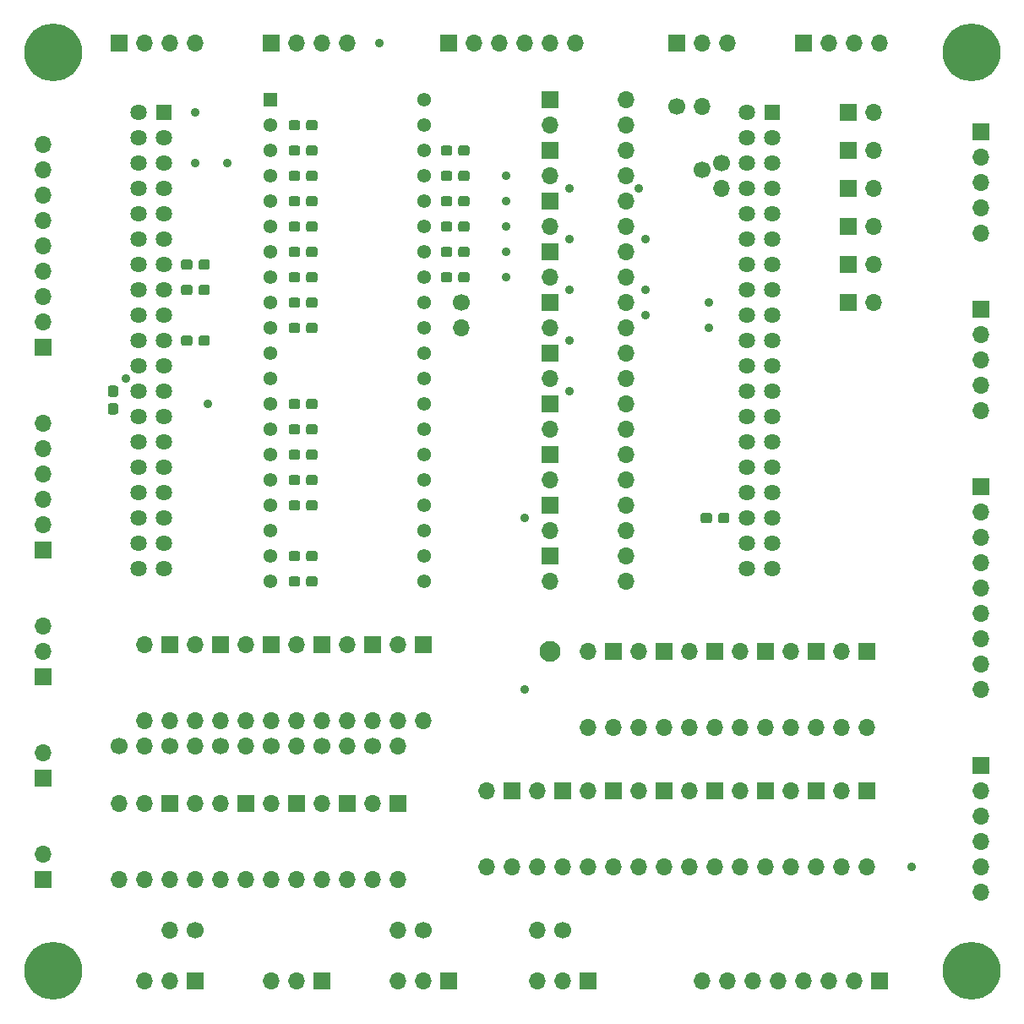
<source format=gbs>
G04 #@! TF.GenerationSoftware,KiCad,Pcbnew,(5.1.6)-1*
G04 #@! TF.CreationDate,2023-04-05T02:19:52+09:00*
G04 #@! TF.ProjectId,SubPCB,53756250-4342-42e6-9b69-6361645f7063,rev?*
G04 #@! TF.SameCoordinates,Original*
G04 #@! TF.FileFunction,Soldermask,Bot*
G04 #@! TF.FilePolarity,Negative*
%FSLAX46Y46*%
G04 Gerber Fmt 4.6, Leading zero omitted, Abs format (unit mm)*
G04 Created by KiCad (PCBNEW (5.1.6)-1) date 2023-04-05 02:19:52*
%MOMM*%
%LPD*%
G01*
G04 APERTURE LIST*
%ADD10O,1.700000X1.700000*%
%ADD11R,1.700000X1.700000*%
%ADD12R,1.630000X1.630000*%
%ADD13C,1.630000*%
%ADD14C,1.700000*%
%ADD15C,1.380000*%
%ADD16R,1.380000X1.380000*%
%ADD17C,5.800000*%
%ADD18C,0.900000*%
%ADD19C,2.100000*%
G04 APERTURE END LIST*
D10*
X83185000Y-6985000D03*
D11*
X80645000Y-6985000D03*
D10*
X83185000Y-10795000D03*
D11*
X80645000Y-10795000D03*
D10*
X83185000Y-14605000D03*
D11*
X80645000Y-14605000D03*
D10*
X83185000Y-18415000D03*
D11*
X80645000Y-18415000D03*
D10*
X83185000Y-22225000D03*
D11*
X80645000Y-22225000D03*
D10*
X83185000Y-26035000D03*
D11*
X80645000Y-26035000D03*
G36*
G01*
X40975000Y-23232500D02*
X40975000Y-23757500D01*
G75*
G02*
X40712500Y-24020000I-262500J0D01*
G01*
X40087500Y-24020000D01*
G75*
G02*
X39825000Y-23757500I0J262500D01*
G01*
X39825000Y-23232500D01*
G75*
G02*
X40087500Y-22970000I262500J0D01*
G01*
X40712500Y-22970000D01*
G75*
G02*
X40975000Y-23232500I0J-262500D01*
G01*
G37*
G36*
G01*
X42725000Y-23232500D02*
X42725000Y-23757500D01*
G75*
G02*
X42462500Y-24020000I-262500J0D01*
G01*
X41837500Y-24020000D01*
G75*
G02*
X41575000Y-23757500I0J262500D01*
G01*
X41575000Y-23232500D01*
G75*
G02*
X41837500Y-22970000I262500J0D01*
G01*
X42462500Y-22970000D01*
G75*
G02*
X42725000Y-23232500I0J-262500D01*
G01*
G37*
G36*
G01*
X40975000Y-20692500D02*
X40975000Y-21217500D01*
G75*
G02*
X40712500Y-21480000I-262500J0D01*
G01*
X40087500Y-21480000D01*
G75*
G02*
X39825000Y-21217500I0J262500D01*
G01*
X39825000Y-20692500D01*
G75*
G02*
X40087500Y-20430000I262500J0D01*
G01*
X40712500Y-20430000D01*
G75*
G02*
X40975000Y-20692500I0J-262500D01*
G01*
G37*
G36*
G01*
X42725000Y-20692500D02*
X42725000Y-21217500D01*
G75*
G02*
X42462500Y-21480000I-262500J0D01*
G01*
X41837500Y-21480000D01*
G75*
G02*
X41575000Y-21217500I0J262500D01*
G01*
X41575000Y-20692500D01*
G75*
G02*
X41837500Y-20430000I262500J0D01*
G01*
X42462500Y-20430000D01*
G75*
G02*
X42725000Y-20692500I0J-262500D01*
G01*
G37*
G36*
G01*
X40975000Y-18152500D02*
X40975000Y-18677500D01*
G75*
G02*
X40712500Y-18940000I-262500J0D01*
G01*
X40087500Y-18940000D01*
G75*
G02*
X39825000Y-18677500I0J262500D01*
G01*
X39825000Y-18152500D01*
G75*
G02*
X40087500Y-17890000I262500J0D01*
G01*
X40712500Y-17890000D01*
G75*
G02*
X40975000Y-18152500I0J-262500D01*
G01*
G37*
G36*
G01*
X42725000Y-18152500D02*
X42725000Y-18677500D01*
G75*
G02*
X42462500Y-18940000I-262500J0D01*
G01*
X41837500Y-18940000D01*
G75*
G02*
X41575000Y-18677500I0J262500D01*
G01*
X41575000Y-18152500D01*
G75*
G02*
X41837500Y-17890000I262500J0D01*
G01*
X42462500Y-17890000D01*
G75*
G02*
X42725000Y-18152500I0J-262500D01*
G01*
G37*
G36*
G01*
X40975000Y-15612500D02*
X40975000Y-16137500D01*
G75*
G02*
X40712500Y-16400000I-262500J0D01*
G01*
X40087500Y-16400000D01*
G75*
G02*
X39825000Y-16137500I0J262500D01*
G01*
X39825000Y-15612500D01*
G75*
G02*
X40087500Y-15350000I262500J0D01*
G01*
X40712500Y-15350000D01*
G75*
G02*
X40975000Y-15612500I0J-262500D01*
G01*
G37*
G36*
G01*
X42725000Y-15612500D02*
X42725000Y-16137500D01*
G75*
G02*
X42462500Y-16400000I-262500J0D01*
G01*
X41837500Y-16400000D01*
G75*
G02*
X41575000Y-16137500I0J262500D01*
G01*
X41575000Y-15612500D01*
G75*
G02*
X41837500Y-15350000I262500J0D01*
G01*
X42462500Y-15350000D01*
G75*
G02*
X42725000Y-15612500I0J-262500D01*
G01*
G37*
G36*
G01*
X40975000Y-13072500D02*
X40975000Y-13597500D01*
G75*
G02*
X40712500Y-13860000I-262500J0D01*
G01*
X40087500Y-13860000D01*
G75*
G02*
X39825000Y-13597500I0J262500D01*
G01*
X39825000Y-13072500D01*
G75*
G02*
X40087500Y-12810000I262500J0D01*
G01*
X40712500Y-12810000D01*
G75*
G02*
X40975000Y-13072500I0J-262500D01*
G01*
G37*
G36*
G01*
X42725000Y-13072500D02*
X42725000Y-13597500D01*
G75*
G02*
X42462500Y-13860000I-262500J0D01*
G01*
X41837500Y-13860000D01*
G75*
G02*
X41575000Y-13597500I0J262500D01*
G01*
X41575000Y-13072500D01*
G75*
G02*
X41837500Y-12810000I262500J0D01*
G01*
X42462500Y-12810000D01*
G75*
G02*
X42725000Y-13072500I0J-262500D01*
G01*
G37*
G36*
G01*
X40975000Y-10532500D02*
X40975000Y-11057500D01*
G75*
G02*
X40712500Y-11320000I-262500J0D01*
G01*
X40087500Y-11320000D01*
G75*
G02*
X39825000Y-11057500I0J262500D01*
G01*
X39825000Y-10532500D01*
G75*
G02*
X40087500Y-10270000I262500J0D01*
G01*
X40712500Y-10270000D01*
G75*
G02*
X40975000Y-10532500I0J-262500D01*
G01*
G37*
G36*
G01*
X42725000Y-10532500D02*
X42725000Y-11057500D01*
G75*
G02*
X42462500Y-11320000I-262500J0D01*
G01*
X41837500Y-11320000D01*
G75*
G02*
X41575000Y-11057500I0J262500D01*
G01*
X41575000Y-10532500D01*
G75*
G02*
X41837500Y-10270000I262500J0D01*
G01*
X42462500Y-10270000D01*
G75*
G02*
X42725000Y-10532500I0J-262500D01*
G01*
G37*
D12*
X73025000Y-6985000D03*
D13*
X73025000Y-52705000D03*
X70485000Y-6985000D03*
X73025000Y-9525000D03*
X70485000Y-9525000D03*
X73025000Y-12065000D03*
X70485000Y-12065000D03*
X73025000Y-14605000D03*
X70485000Y-14605000D03*
X73025000Y-17145000D03*
X70485000Y-17145000D03*
X73025000Y-19685000D03*
X70485000Y-19685000D03*
X73025000Y-22225000D03*
X70485000Y-22225000D03*
X73025000Y-24765000D03*
X70485000Y-24765000D03*
X73025000Y-27305000D03*
X70485000Y-27305000D03*
X73025000Y-29845000D03*
X70485000Y-29845000D03*
X73025000Y-32385000D03*
X70485000Y-32385000D03*
X73025000Y-34925000D03*
X70485000Y-34925000D03*
X73025000Y-37465000D03*
X70485000Y-37465000D03*
X73025000Y-40005000D03*
X70485000Y-40005000D03*
X73025000Y-42545000D03*
X70485000Y-42545000D03*
X73025000Y-45085000D03*
X70485000Y-45085000D03*
X73025000Y-47625000D03*
X70485000Y-47625000D03*
X73025000Y-50165000D03*
X70485000Y-50165000D03*
X70485000Y-52705000D03*
D12*
X12065000Y-6985000D03*
D13*
X12065000Y-52705000D03*
X9525000Y-6985000D03*
X12065000Y-9525000D03*
X9525000Y-9525000D03*
X12065000Y-12065000D03*
X9525000Y-12065000D03*
X12065000Y-14605000D03*
X9525000Y-14605000D03*
X12065000Y-17145000D03*
X9525000Y-17145000D03*
X12065000Y-19685000D03*
X9525000Y-19685000D03*
X12065000Y-22225000D03*
X9525000Y-22225000D03*
X12065000Y-24765000D03*
X9525000Y-24765000D03*
X12065000Y-27305000D03*
X9525000Y-27305000D03*
X12065000Y-29845000D03*
X9525000Y-29845000D03*
X12065000Y-32385000D03*
X9525000Y-32385000D03*
X12065000Y-34925000D03*
X9525000Y-34925000D03*
X12065000Y-37465000D03*
X9525000Y-37465000D03*
X12065000Y-40005000D03*
X9525000Y-40005000D03*
X12065000Y-42545000D03*
X9525000Y-42545000D03*
X12065000Y-45085000D03*
X9525000Y-45085000D03*
X12065000Y-47625000D03*
X9525000Y-47625000D03*
X12065000Y-50165000D03*
X9525000Y-50165000D03*
X9525000Y-52705000D03*
D10*
X25400000Y-93980000D03*
X22860000Y-93980000D03*
D11*
X27940000Y-93980000D03*
X76200000Y0D03*
D10*
X81280000Y0D03*
X78740000Y0D03*
X83820000Y0D03*
X93980000Y-52070000D03*
X93980000Y-46990000D03*
X93980000Y-49530000D03*
D11*
X93980000Y-44450000D03*
D10*
X93980000Y-54610000D03*
X93980000Y-57150000D03*
X93980000Y-59690000D03*
X93980000Y-62230000D03*
X93980000Y-64770000D03*
X46990000Y-82550000D03*
X44450000Y-74930000D03*
X44450000Y-82550000D03*
D11*
X46990000Y-74930000D03*
D10*
X52070000Y-82550000D03*
X49530000Y-74930000D03*
X49530000Y-82550000D03*
D11*
X52070000Y-74930000D03*
D10*
X57150000Y-82550000D03*
X54610000Y-74930000D03*
X54610000Y-82550000D03*
D11*
X57150000Y-74930000D03*
D10*
X62230000Y-82550000D03*
X59690000Y-74930000D03*
X59690000Y-82550000D03*
D11*
X62230000Y-74930000D03*
D10*
X67310000Y-82550000D03*
X64770000Y-74930000D03*
X64770000Y-82550000D03*
D11*
X67310000Y-74930000D03*
D10*
X72390000Y-82550000D03*
X69850000Y-74930000D03*
X69850000Y-82550000D03*
D11*
X72390000Y-74930000D03*
D10*
X77470000Y-82550000D03*
X74930000Y-74930000D03*
X74930000Y-82550000D03*
D11*
X77470000Y-74930000D03*
D10*
X82550000Y-82550000D03*
X80010000Y-74930000D03*
X80010000Y-82550000D03*
D11*
X82550000Y-74930000D03*
D10*
X57150000Y-68580000D03*
X54610000Y-60960000D03*
X54610000Y-68580000D03*
D11*
X57150000Y-60960000D03*
D10*
X62230000Y-68580000D03*
X59690000Y-60960000D03*
X59690000Y-68580000D03*
D11*
X62230000Y-60960000D03*
D10*
X67310000Y-68580000D03*
X64770000Y-60960000D03*
X64770000Y-68580000D03*
D11*
X67310000Y-60960000D03*
D10*
X72390000Y-68580000D03*
X69850000Y-60960000D03*
X69850000Y-68580000D03*
D11*
X72390000Y-60960000D03*
D10*
X77470000Y-68580000D03*
X74930000Y-60960000D03*
X74930000Y-68580000D03*
D11*
X77470000Y-60960000D03*
D10*
X82550000Y-68580000D03*
X80010000Y-60960000D03*
X80010000Y-68580000D03*
D11*
X82550000Y-60960000D03*
D10*
X58420000Y-51435000D03*
X50800000Y-53975000D03*
X58420000Y-53975000D03*
D11*
X50800000Y-51435000D03*
D10*
X58420000Y-46355000D03*
X50800000Y-48895000D03*
X58420000Y-48895000D03*
D11*
X50800000Y-46355000D03*
D10*
X58420000Y-41275000D03*
X50800000Y-43815000D03*
X58420000Y-43815000D03*
D11*
X50800000Y-41275000D03*
D10*
X58420000Y-36195000D03*
X50800000Y-38735000D03*
X58420000Y-38735000D03*
D11*
X50800000Y-36195000D03*
D10*
X58420000Y-31115000D03*
X50800000Y-33655000D03*
X58420000Y-33655000D03*
D11*
X50800000Y-31115000D03*
D10*
X58420000Y-26035000D03*
X50800000Y-28575000D03*
X58420000Y-28575000D03*
D11*
X50800000Y-26035000D03*
D10*
X58420000Y-20955000D03*
X50800000Y-23495000D03*
X58420000Y-23495000D03*
D11*
X50800000Y-20955000D03*
D10*
X58420000Y-15875000D03*
X50800000Y-18415000D03*
X58420000Y-18415000D03*
D11*
X50800000Y-15875000D03*
D10*
X58420000Y-10795000D03*
X50800000Y-13335000D03*
X58420000Y-13335000D03*
D11*
X50800000Y-10795000D03*
D10*
X58420000Y-5715000D03*
X50800000Y-8255000D03*
X58420000Y-8255000D03*
D11*
X50800000Y-5715000D03*
D10*
X12700000Y-67945000D03*
X10160000Y-60325000D03*
X10160000Y-67945000D03*
D11*
X12700000Y-60325000D03*
D10*
X17780000Y-67945000D03*
X15240000Y-60325000D03*
X15240000Y-67945000D03*
D11*
X17780000Y-60325000D03*
D10*
X22860000Y-67945000D03*
X20320000Y-60325000D03*
X20320000Y-67945000D03*
D11*
X22860000Y-60325000D03*
D10*
X27940000Y-67945000D03*
X25400000Y-60325000D03*
X25400000Y-67945000D03*
D11*
X27940000Y-60325000D03*
D10*
X33020000Y-67945000D03*
X30480000Y-60325000D03*
X30480000Y-67945000D03*
D11*
X33020000Y-60325000D03*
D10*
X38100000Y-67945000D03*
X35560000Y-60325000D03*
X35560000Y-67945000D03*
D11*
X38100000Y-60325000D03*
D10*
X25400000Y-83820000D03*
X22860000Y-76200000D03*
X22860000Y-83820000D03*
D11*
X25400000Y-76200000D03*
D10*
X30480000Y-83820000D03*
X27940000Y-76200000D03*
X27940000Y-83820000D03*
D11*
X30480000Y-76200000D03*
D10*
X35560000Y-83820000D03*
X33020000Y-76200000D03*
X33020000Y-83820000D03*
D11*
X35560000Y-76200000D03*
D10*
X12700000Y-83820000D03*
X7620000Y-76200000D03*
X10160000Y-83820000D03*
X10160000Y-76200000D03*
X7620000Y-83820000D03*
D11*
X12700000Y-76200000D03*
D10*
X20320000Y-83820000D03*
X15240000Y-76200000D03*
X17780000Y-83820000D03*
X17780000Y-76200000D03*
X15240000Y-83820000D03*
D11*
X20320000Y-76200000D03*
G36*
G01*
X25735000Y-53712500D02*
X25735000Y-54237500D01*
G75*
G02*
X25472500Y-54500000I-262500J0D01*
G01*
X24847500Y-54500000D01*
G75*
G02*
X24585000Y-54237500I0J262500D01*
G01*
X24585000Y-53712500D01*
G75*
G02*
X24847500Y-53450000I262500J0D01*
G01*
X25472500Y-53450000D01*
G75*
G02*
X25735000Y-53712500I0J-262500D01*
G01*
G37*
G36*
G01*
X27485000Y-53712500D02*
X27485000Y-54237500D01*
G75*
G02*
X27222500Y-54500000I-262500J0D01*
G01*
X26597500Y-54500000D01*
G75*
G02*
X26335000Y-54237500I0J262500D01*
G01*
X26335000Y-53712500D01*
G75*
G02*
X26597500Y-53450000I262500J0D01*
G01*
X27222500Y-53450000D01*
G75*
G02*
X27485000Y-53712500I0J-262500D01*
G01*
G37*
G36*
G01*
X25735000Y-51172500D02*
X25735000Y-51697500D01*
G75*
G02*
X25472500Y-51960000I-262500J0D01*
G01*
X24847500Y-51960000D01*
G75*
G02*
X24585000Y-51697500I0J262500D01*
G01*
X24585000Y-51172500D01*
G75*
G02*
X24847500Y-50910000I262500J0D01*
G01*
X25472500Y-50910000D01*
G75*
G02*
X25735000Y-51172500I0J-262500D01*
G01*
G37*
G36*
G01*
X27485000Y-51172500D02*
X27485000Y-51697500D01*
G75*
G02*
X27222500Y-51960000I-262500J0D01*
G01*
X26597500Y-51960000D01*
G75*
G02*
X26335000Y-51697500I0J262500D01*
G01*
X26335000Y-51172500D01*
G75*
G02*
X26597500Y-50910000I262500J0D01*
G01*
X27222500Y-50910000D01*
G75*
G02*
X27485000Y-51172500I0J-262500D01*
G01*
G37*
G36*
G01*
X25735000Y-46092500D02*
X25735000Y-46617500D01*
G75*
G02*
X25472500Y-46880000I-262500J0D01*
G01*
X24847500Y-46880000D01*
G75*
G02*
X24585000Y-46617500I0J262500D01*
G01*
X24585000Y-46092500D01*
G75*
G02*
X24847500Y-45830000I262500J0D01*
G01*
X25472500Y-45830000D01*
G75*
G02*
X25735000Y-46092500I0J-262500D01*
G01*
G37*
G36*
G01*
X27485000Y-46092500D02*
X27485000Y-46617500D01*
G75*
G02*
X27222500Y-46880000I-262500J0D01*
G01*
X26597500Y-46880000D01*
G75*
G02*
X26335000Y-46617500I0J262500D01*
G01*
X26335000Y-46092500D01*
G75*
G02*
X26597500Y-45830000I262500J0D01*
G01*
X27222500Y-45830000D01*
G75*
G02*
X27485000Y-46092500I0J-262500D01*
G01*
G37*
G36*
G01*
X25735000Y-43552500D02*
X25735000Y-44077500D01*
G75*
G02*
X25472500Y-44340000I-262500J0D01*
G01*
X24847500Y-44340000D01*
G75*
G02*
X24585000Y-44077500I0J262500D01*
G01*
X24585000Y-43552500D01*
G75*
G02*
X24847500Y-43290000I262500J0D01*
G01*
X25472500Y-43290000D01*
G75*
G02*
X25735000Y-43552500I0J-262500D01*
G01*
G37*
G36*
G01*
X27485000Y-43552500D02*
X27485000Y-44077500D01*
G75*
G02*
X27222500Y-44340000I-262500J0D01*
G01*
X26597500Y-44340000D01*
G75*
G02*
X26335000Y-44077500I0J262500D01*
G01*
X26335000Y-43552500D01*
G75*
G02*
X26597500Y-43290000I262500J0D01*
G01*
X27222500Y-43290000D01*
G75*
G02*
X27485000Y-43552500I0J-262500D01*
G01*
G37*
G36*
G01*
X25735000Y-41012500D02*
X25735000Y-41537500D01*
G75*
G02*
X25472500Y-41800000I-262500J0D01*
G01*
X24847500Y-41800000D01*
G75*
G02*
X24585000Y-41537500I0J262500D01*
G01*
X24585000Y-41012500D01*
G75*
G02*
X24847500Y-40750000I262500J0D01*
G01*
X25472500Y-40750000D01*
G75*
G02*
X25735000Y-41012500I0J-262500D01*
G01*
G37*
G36*
G01*
X27485000Y-41012500D02*
X27485000Y-41537500D01*
G75*
G02*
X27222500Y-41800000I-262500J0D01*
G01*
X26597500Y-41800000D01*
G75*
G02*
X26335000Y-41537500I0J262500D01*
G01*
X26335000Y-41012500D01*
G75*
G02*
X26597500Y-40750000I262500J0D01*
G01*
X27222500Y-40750000D01*
G75*
G02*
X27485000Y-41012500I0J-262500D01*
G01*
G37*
G36*
G01*
X25735000Y-38472500D02*
X25735000Y-38997500D01*
G75*
G02*
X25472500Y-39260000I-262500J0D01*
G01*
X24847500Y-39260000D01*
G75*
G02*
X24585000Y-38997500I0J262500D01*
G01*
X24585000Y-38472500D01*
G75*
G02*
X24847500Y-38210000I262500J0D01*
G01*
X25472500Y-38210000D01*
G75*
G02*
X25735000Y-38472500I0J-262500D01*
G01*
G37*
G36*
G01*
X27485000Y-38472500D02*
X27485000Y-38997500D01*
G75*
G02*
X27222500Y-39260000I-262500J0D01*
G01*
X26597500Y-39260000D01*
G75*
G02*
X26335000Y-38997500I0J262500D01*
G01*
X26335000Y-38472500D01*
G75*
G02*
X26597500Y-38210000I262500J0D01*
G01*
X27222500Y-38210000D01*
G75*
G02*
X27485000Y-38472500I0J-262500D01*
G01*
G37*
G36*
G01*
X25735000Y-35932500D02*
X25735000Y-36457500D01*
G75*
G02*
X25472500Y-36720000I-262500J0D01*
G01*
X24847500Y-36720000D01*
G75*
G02*
X24585000Y-36457500I0J262500D01*
G01*
X24585000Y-35932500D01*
G75*
G02*
X24847500Y-35670000I262500J0D01*
G01*
X25472500Y-35670000D01*
G75*
G02*
X25735000Y-35932500I0J-262500D01*
G01*
G37*
G36*
G01*
X27485000Y-35932500D02*
X27485000Y-36457500D01*
G75*
G02*
X27222500Y-36720000I-262500J0D01*
G01*
X26597500Y-36720000D01*
G75*
G02*
X26335000Y-36457500I0J262500D01*
G01*
X26335000Y-35932500D01*
G75*
G02*
X26597500Y-35670000I262500J0D01*
G01*
X27222500Y-35670000D01*
G75*
G02*
X27485000Y-35932500I0J-262500D01*
G01*
G37*
G36*
G01*
X25735000Y-28312500D02*
X25735000Y-28837500D01*
G75*
G02*
X25472500Y-29100000I-262500J0D01*
G01*
X24847500Y-29100000D01*
G75*
G02*
X24585000Y-28837500I0J262500D01*
G01*
X24585000Y-28312500D01*
G75*
G02*
X24847500Y-28050000I262500J0D01*
G01*
X25472500Y-28050000D01*
G75*
G02*
X25735000Y-28312500I0J-262500D01*
G01*
G37*
G36*
G01*
X27485000Y-28312500D02*
X27485000Y-28837500D01*
G75*
G02*
X27222500Y-29100000I-262500J0D01*
G01*
X26597500Y-29100000D01*
G75*
G02*
X26335000Y-28837500I0J262500D01*
G01*
X26335000Y-28312500D01*
G75*
G02*
X26597500Y-28050000I262500J0D01*
G01*
X27222500Y-28050000D01*
G75*
G02*
X27485000Y-28312500I0J-262500D01*
G01*
G37*
G36*
G01*
X25735000Y-25772500D02*
X25735000Y-26297500D01*
G75*
G02*
X25472500Y-26560000I-262500J0D01*
G01*
X24847500Y-26560000D01*
G75*
G02*
X24585000Y-26297500I0J262500D01*
G01*
X24585000Y-25772500D01*
G75*
G02*
X24847500Y-25510000I262500J0D01*
G01*
X25472500Y-25510000D01*
G75*
G02*
X25735000Y-25772500I0J-262500D01*
G01*
G37*
G36*
G01*
X27485000Y-25772500D02*
X27485000Y-26297500D01*
G75*
G02*
X27222500Y-26560000I-262500J0D01*
G01*
X26597500Y-26560000D01*
G75*
G02*
X26335000Y-26297500I0J262500D01*
G01*
X26335000Y-25772500D01*
G75*
G02*
X26597500Y-25510000I262500J0D01*
G01*
X27222500Y-25510000D01*
G75*
G02*
X27485000Y-25772500I0J-262500D01*
G01*
G37*
G36*
G01*
X25735000Y-23232500D02*
X25735000Y-23757500D01*
G75*
G02*
X25472500Y-24020000I-262500J0D01*
G01*
X24847500Y-24020000D01*
G75*
G02*
X24585000Y-23757500I0J262500D01*
G01*
X24585000Y-23232500D01*
G75*
G02*
X24847500Y-22970000I262500J0D01*
G01*
X25472500Y-22970000D01*
G75*
G02*
X25735000Y-23232500I0J-262500D01*
G01*
G37*
G36*
G01*
X27485000Y-23232500D02*
X27485000Y-23757500D01*
G75*
G02*
X27222500Y-24020000I-262500J0D01*
G01*
X26597500Y-24020000D01*
G75*
G02*
X26335000Y-23757500I0J262500D01*
G01*
X26335000Y-23232500D01*
G75*
G02*
X26597500Y-22970000I262500J0D01*
G01*
X27222500Y-22970000D01*
G75*
G02*
X27485000Y-23232500I0J-262500D01*
G01*
G37*
G36*
G01*
X25735000Y-20692500D02*
X25735000Y-21217500D01*
G75*
G02*
X25472500Y-21480000I-262500J0D01*
G01*
X24847500Y-21480000D01*
G75*
G02*
X24585000Y-21217500I0J262500D01*
G01*
X24585000Y-20692500D01*
G75*
G02*
X24847500Y-20430000I262500J0D01*
G01*
X25472500Y-20430000D01*
G75*
G02*
X25735000Y-20692500I0J-262500D01*
G01*
G37*
G36*
G01*
X27485000Y-20692500D02*
X27485000Y-21217500D01*
G75*
G02*
X27222500Y-21480000I-262500J0D01*
G01*
X26597500Y-21480000D01*
G75*
G02*
X26335000Y-21217500I0J262500D01*
G01*
X26335000Y-20692500D01*
G75*
G02*
X26597500Y-20430000I262500J0D01*
G01*
X27222500Y-20430000D01*
G75*
G02*
X27485000Y-20692500I0J-262500D01*
G01*
G37*
G36*
G01*
X25735000Y-18152500D02*
X25735000Y-18677500D01*
G75*
G02*
X25472500Y-18940000I-262500J0D01*
G01*
X24847500Y-18940000D01*
G75*
G02*
X24585000Y-18677500I0J262500D01*
G01*
X24585000Y-18152500D01*
G75*
G02*
X24847500Y-17890000I262500J0D01*
G01*
X25472500Y-17890000D01*
G75*
G02*
X25735000Y-18152500I0J-262500D01*
G01*
G37*
G36*
G01*
X27485000Y-18152500D02*
X27485000Y-18677500D01*
G75*
G02*
X27222500Y-18940000I-262500J0D01*
G01*
X26597500Y-18940000D01*
G75*
G02*
X26335000Y-18677500I0J262500D01*
G01*
X26335000Y-18152500D01*
G75*
G02*
X26597500Y-17890000I262500J0D01*
G01*
X27222500Y-17890000D01*
G75*
G02*
X27485000Y-18152500I0J-262500D01*
G01*
G37*
G36*
G01*
X25735000Y-15612500D02*
X25735000Y-16137500D01*
G75*
G02*
X25472500Y-16400000I-262500J0D01*
G01*
X24847500Y-16400000D01*
G75*
G02*
X24585000Y-16137500I0J262500D01*
G01*
X24585000Y-15612500D01*
G75*
G02*
X24847500Y-15350000I262500J0D01*
G01*
X25472500Y-15350000D01*
G75*
G02*
X25735000Y-15612500I0J-262500D01*
G01*
G37*
G36*
G01*
X27485000Y-15612500D02*
X27485000Y-16137500D01*
G75*
G02*
X27222500Y-16400000I-262500J0D01*
G01*
X26597500Y-16400000D01*
G75*
G02*
X26335000Y-16137500I0J262500D01*
G01*
X26335000Y-15612500D01*
G75*
G02*
X26597500Y-15350000I262500J0D01*
G01*
X27222500Y-15350000D01*
G75*
G02*
X27485000Y-15612500I0J-262500D01*
G01*
G37*
G36*
G01*
X25735000Y-13072500D02*
X25735000Y-13597500D01*
G75*
G02*
X25472500Y-13860000I-262500J0D01*
G01*
X24847500Y-13860000D01*
G75*
G02*
X24585000Y-13597500I0J262500D01*
G01*
X24585000Y-13072500D01*
G75*
G02*
X24847500Y-12810000I262500J0D01*
G01*
X25472500Y-12810000D01*
G75*
G02*
X25735000Y-13072500I0J-262500D01*
G01*
G37*
G36*
G01*
X27485000Y-13072500D02*
X27485000Y-13597500D01*
G75*
G02*
X27222500Y-13860000I-262500J0D01*
G01*
X26597500Y-13860000D01*
G75*
G02*
X26335000Y-13597500I0J262500D01*
G01*
X26335000Y-13072500D01*
G75*
G02*
X26597500Y-12810000I262500J0D01*
G01*
X27222500Y-12810000D01*
G75*
G02*
X27485000Y-13072500I0J-262500D01*
G01*
G37*
G36*
G01*
X25735000Y-10532500D02*
X25735000Y-11057500D01*
G75*
G02*
X25472500Y-11320000I-262500J0D01*
G01*
X24847500Y-11320000D01*
G75*
G02*
X24585000Y-11057500I0J262500D01*
G01*
X24585000Y-10532500D01*
G75*
G02*
X24847500Y-10270000I262500J0D01*
G01*
X25472500Y-10270000D01*
G75*
G02*
X25735000Y-10532500I0J-262500D01*
G01*
G37*
G36*
G01*
X27485000Y-10532500D02*
X27485000Y-11057500D01*
G75*
G02*
X27222500Y-11320000I-262500J0D01*
G01*
X26597500Y-11320000D01*
G75*
G02*
X26335000Y-11057500I0J262500D01*
G01*
X26335000Y-10532500D01*
G75*
G02*
X26597500Y-10270000I262500J0D01*
G01*
X27222500Y-10270000D01*
G75*
G02*
X27485000Y-10532500I0J-262500D01*
G01*
G37*
G36*
G01*
X25735000Y-7992500D02*
X25735000Y-8517500D01*
G75*
G02*
X25472500Y-8780000I-262500J0D01*
G01*
X24847500Y-8780000D01*
G75*
G02*
X24585000Y-8517500I0J262500D01*
G01*
X24585000Y-7992500D01*
G75*
G02*
X24847500Y-7730000I262500J0D01*
G01*
X25472500Y-7730000D01*
G75*
G02*
X25735000Y-7992500I0J-262500D01*
G01*
G37*
G36*
G01*
X27485000Y-7992500D02*
X27485000Y-8517500D01*
G75*
G02*
X27222500Y-8780000I-262500J0D01*
G01*
X26597500Y-8780000D01*
G75*
G02*
X26335000Y-8517500I0J262500D01*
G01*
X26335000Y-7992500D01*
G75*
G02*
X26597500Y-7730000I262500J0D01*
G01*
X27222500Y-7730000D01*
G75*
G02*
X27485000Y-7992500I0J-262500D01*
G01*
G37*
D10*
X10160000Y-70485000D03*
D14*
X7620000Y-70485000D03*
D10*
X15240000Y-70485000D03*
D14*
X12700000Y-70485000D03*
D10*
X20320000Y-70485000D03*
D14*
X17780000Y-70485000D03*
D10*
X25400000Y-70485000D03*
D14*
X22860000Y-70485000D03*
D10*
X30480000Y-70485000D03*
D14*
X27940000Y-70485000D03*
D10*
X35560000Y-70485000D03*
D14*
X33020000Y-70485000D03*
G36*
G01*
X14940000Y-29582500D02*
X14940000Y-30107500D01*
G75*
G02*
X14677500Y-30370000I-262500J0D01*
G01*
X14052500Y-30370000D01*
G75*
G02*
X13790000Y-30107500I0J262500D01*
G01*
X13790000Y-29582500D01*
G75*
G02*
X14052500Y-29320000I262500J0D01*
G01*
X14677500Y-29320000D01*
G75*
G02*
X14940000Y-29582500I0J-262500D01*
G01*
G37*
G36*
G01*
X16690000Y-29582500D02*
X16690000Y-30107500D01*
G75*
G02*
X16427500Y-30370000I-262500J0D01*
G01*
X15802500Y-30370000D01*
G75*
G02*
X15540000Y-30107500I0J262500D01*
G01*
X15540000Y-29582500D01*
G75*
G02*
X15802500Y-29320000I262500J0D01*
G01*
X16427500Y-29320000D01*
G75*
G02*
X16690000Y-29582500I0J-262500D01*
G01*
G37*
G36*
G01*
X14940000Y-24502500D02*
X14940000Y-25027500D01*
G75*
G02*
X14677500Y-25290000I-262500J0D01*
G01*
X14052500Y-25290000D01*
G75*
G02*
X13790000Y-25027500I0J262500D01*
G01*
X13790000Y-24502500D01*
G75*
G02*
X14052500Y-24240000I262500J0D01*
G01*
X14677500Y-24240000D01*
G75*
G02*
X14940000Y-24502500I0J-262500D01*
G01*
G37*
G36*
G01*
X16690000Y-24502500D02*
X16690000Y-25027500D01*
G75*
G02*
X16427500Y-25290000I-262500J0D01*
G01*
X15802500Y-25290000D01*
G75*
G02*
X15540000Y-25027500I0J262500D01*
G01*
X15540000Y-24502500D01*
G75*
G02*
X15802500Y-24240000I262500J0D01*
G01*
X16427500Y-24240000D01*
G75*
G02*
X16690000Y-24502500I0J-262500D01*
G01*
G37*
G36*
G01*
X14940000Y-21962500D02*
X14940000Y-22487500D01*
G75*
G02*
X14677500Y-22750000I-262500J0D01*
G01*
X14052500Y-22750000D01*
G75*
G02*
X13790000Y-22487500I0J262500D01*
G01*
X13790000Y-21962500D01*
G75*
G02*
X14052500Y-21700000I262500J0D01*
G01*
X14677500Y-21700000D01*
G75*
G02*
X14940000Y-21962500I0J-262500D01*
G01*
G37*
G36*
G01*
X16690000Y-21962500D02*
X16690000Y-22487500D01*
G75*
G02*
X16427500Y-22750000I-262500J0D01*
G01*
X15802500Y-22750000D01*
G75*
G02*
X15540000Y-22487500I0J262500D01*
G01*
X15540000Y-21962500D01*
G75*
G02*
X15802500Y-21700000I262500J0D01*
G01*
X16427500Y-21700000D01*
G75*
G02*
X16690000Y-21962500I0J-262500D01*
G01*
G37*
G36*
G01*
X67610000Y-47887500D02*
X67610000Y-47362500D01*
G75*
G02*
X67872500Y-47100000I262500J0D01*
G01*
X68497500Y-47100000D01*
G75*
G02*
X68760000Y-47362500I0J-262500D01*
G01*
X68760000Y-47887500D01*
G75*
G02*
X68497500Y-48150000I-262500J0D01*
G01*
X67872500Y-48150000D01*
G75*
G02*
X67610000Y-47887500I0J262500D01*
G01*
G37*
G36*
G01*
X65860000Y-47887500D02*
X65860000Y-47362500D01*
G75*
G02*
X66122500Y-47100000I262500J0D01*
G01*
X66747500Y-47100000D01*
G75*
G02*
X67010000Y-47362500I0J-262500D01*
G01*
X67010000Y-47887500D01*
G75*
G02*
X66747500Y-48150000I-262500J0D01*
G01*
X66122500Y-48150000D01*
G75*
G02*
X65860000Y-47887500I0J262500D01*
G01*
G37*
G36*
G01*
X7247500Y-35500000D02*
X6722500Y-35500000D01*
G75*
G02*
X6460000Y-35237500I0J262500D01*
G01*
X6460000Y-34612500D01*
G75*
G02*
X6722500Y-34350000I262500J0D01*
G01*
X7247500Y-34350000D01*
G75*
G02*
X7510000Y-34612500I0J-262500D01*
G01*
X7510000Y-35237500D01*
G75*
G02*
X7247500Y-35500000I-262500J0D01*
G01*
G37*
G36*
G01*
X7247500Y-37250000D02*
X6722500Y-37250000D01*
G75*
G02*
X6460000Y-36987500I0J262500D01*
G01*
X6460000Y-36362500D01*
G75*
G02*
X6722500Y-36100000I262500J0D01*
G01*
X7247500Y-36100000D01*
G75*
G02*
X7510000Y-36362500I0J-262500D01*
G01*
X7510000Y-36987500D01*
G75*
G02*
X7247500Y-37250000I-262500J0D01*
G01*
G37*
D10*
X53340000Y0D03*
X50800000Y0D03*
D11*
X40640000Y0D03*
D10*
X45720000Y0D03*
X43180000Y0D03*
X48260000Y0D03*
D11*
X0Y-83820000D03*
D10*
X0Y-81280000D03*
X93980000Y-85090000D03*
X93980000Y-82550000D03*
D11*
X93980000Y-72390000D03*
D10*
X93980000Y-77470000D03*
X93980000Y-74930000D03*
X93980000Y-80010000D03*
X93980000Y-34290000D03*
X93980000Y-29210000D03*
X93980000Y-31750000D03*
D11*
X93980000Y-26670000D03*
D10*
X93980000Y-36830000D03*
X93980000Y-16510000D03*
X93980000Y-11430000D03*
X93980000Y-13970000D03*
D11*
X93980000Y-8890000D03*
D10*
X93980000Y-19050000D03*
X66040000Y-93980000D03*
X68580000Y-93980000D03*
X71120000Y-93980000D03*
X73660000Y-93980000D03*
D11*
X83820000Y-93980000D03*
D10*
X78740000Y-93980000D03*
X81280000Y-93980000D03*
X76200000Y-93980000D03*
X0Y-38100000D03*
X0Y-40640000D03*
D11*
X0Y-50800000D03*
D10*
X0Y-45720000D03*
X0Y-48260000D03*
X0Y-43180000D03*
X0Y-22860000D03*
X0Y-27940000D03*
X0Y-25400000D03*
D11*
X0Y-30480000D03*
D10*
X0Y-20320000D03*
X0Y-17780000D03*
X0Y-15240000D03*
X0Y-12700000D03*
X0Y-10160000D03*
X12700000Y-93980000D03*
X10160000Y-93980000D03*
D11*
X15240000Y-93980000D03*
D10*
X38100000Y-93980000D03*
X35560000Y-93980000D03*
D11*
X40640000Y-93980000D03*
D10*
X52070000Y-93980000D03*
X49530000Y-93980000D03*
D11*
X54610000Y-93980000D03*
D10*
X66040000Y0D03*
X68580000Y0D03*
D11*
X63500000Y0D03*
X0Y-73660000D03*
D10*
X0Y-71120000D03*
X0Y-60960000D03*
X0Y-58420000D03*
D11*
X0Y-63500000D03*
D14*
X41910000Y-26035000D03*
D10*
X41910000Y-28575000D03*
D14*
X67945000Y-12065000D03*
D10*
X67945000Y-14605000D03*
D14*
X15240000Y-88900000D03*
D10*
X12700000Y-88900000D03*
D14*
X38100000Y-88900000D03*
D10*
X35560000Y-88900000D03*
D14*
X52070000Y-88900000D03*
D10*
X49530000Y-88900000D03*
D14*
X63500000Y-6350000D03*
D10*
X66040000Y-6350000D03*
D11*
X22860000Y0D03*
D10*
X27940000Y0D03*
X25400000Y0D03*
X30480000Y0D03*
D11*
X7620000Y0D03*
D10*
X12700000Y0D03*
X10160000Y0D03*
X15240000Y0D03*
D15*
X38197500Y-5715000D03*
X38197500Y-8255000D03*
X38197500Y-10795000D03*
X38197500Y-13335000D03*
X38197500Y-15875000D03*
X38197500Y-18415000D03*
X38197500Y-20955000D03*
X38197500Y-23495000D03*
X38197500Y-26035000D03*
X38197500Y-28575000D03*
X38197500Y-31115000D03*
X38197500Y-33655000D03*
X38197500Y-36195000D03*
X38197500Y-38735000D03*
X38197500Y-41275000D03*
X38197500Y-43815000D03*
X38197500Y-46355000D03*
X38197500Y-48895000D03*
X38197500Y-51435000D03*
X38197500Y-53975000D03*
X22762500Y-53975000D03*
X22762500Y-51435000D03*
X22762500Y-48895000D03*
X22762500Y-46355000D03*
X22762500Y-43815000D03*
X22762500Y-41275000D03*
X22762500Y-38735000D03*
X22762500Y-36195000D03*
X22762500Y-33655000D03*
X22762500Y-31115000D03*
X22762500Y-28575000D03*
X22762500Y-26035000D03*
X22762500Y-23495000D03*
X22762500Y-20955000D03*
X22762500Y-18415000D03*
X22762500Y-15875000D03*
X22762500Y-13335000D03*
X22762500Y-10795000D03*
X22762500Y-8255000D03*
D16*
X22762500Y-5715000D03*
D17*
X92980000Y-92980000D03*
X1000000Y-92980000D03*
X92980000Y-1000000D03*
X1000000Y-1000000D03*
D18*
X15240000Y-12065000D03*
X18415000Y-12065000D03*
D14*
X66040000Y-12700000D03*
D19*
X50800000Y-60960000D03*
D18*
X86995000Y-82550000D03*
X15240000Y-6985000D03*
X8255000Y-33655000D03*
X48260000Y-47625000D03*
X48260000Y-64770000D03*
X16510000Y-36195000D03*
X33655000Y0D03*
X59690000Y-14605000D03*
X46355000Y-13335000D03*
X52705000Y-14605000D03*
X60325000Y-19685000D03*
X60325000Y-24765000D03*
X46355000Y-15875000D03*
X52705000Y-19685000D03*
X46355000Y-18415000D03*
X52705000Y-24765000D03*
X60325000Y-27305000D03*
X46355000Y-20955000D03*
X52705000Y-29845000D03*
X66675000Y-26035000D03*
X46355000Y-23495000D03*
X52705000Y-34925000D03*
X66675000Y-28575000D03*
M02*

</source>
